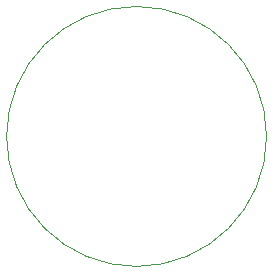
<source format=gko>
G04 Layer_Color=16711935*
%FSLAX25Y25*%
%MOIN*%
G70*
G01*
G75*
%ADD23C,0.00039*%
D23*
X43338Y-98D02*
G03*
X43338Y-98I-43338J0D01*
G01*
M02*

</source>
